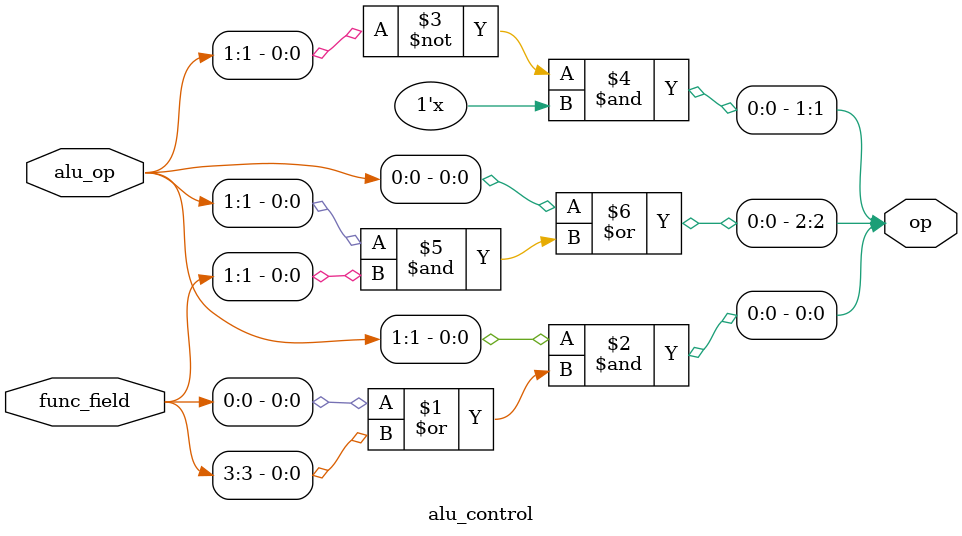
<source format=v>
module alu_control (alu_op,func_field,op
);
input [1:0] alu_op;
input [5:0] func_field;
output [2:0] op;

assign op[0] = alu_op[1]&(func_field[0]|func_field[3]);
assign op[1] = (~alu_op[1]&funv_field[2]);
assign op[2] = alu_op[0]|(alu_op[1]&func_field[1]);
    
endmodule
</source>
